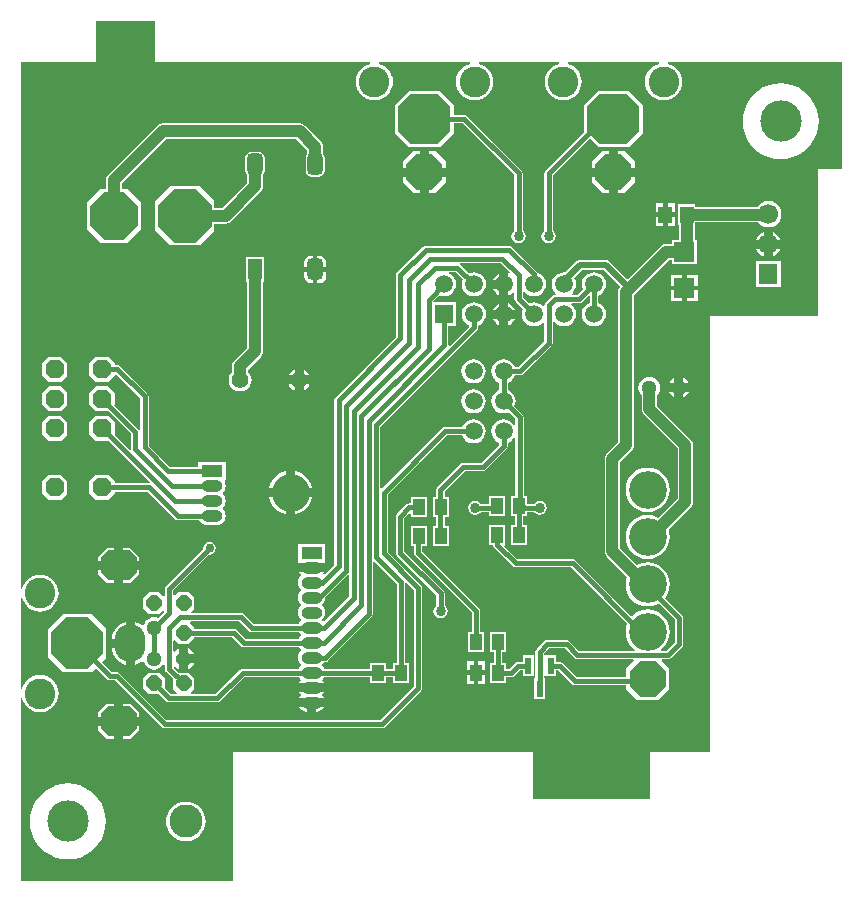
<source format=gtl>
G04 Layer_Physical_Order=1*
G04 Layer_Color=255*
%FSLAX24Y24*%
%MOIN*%
G70*
G01*
G75*
%ADD10R,0.0413X0.0551*%
%ADD11R,0.0236X0.0571*%
%ADD12R,0.0709X0.0669*%
G04:AMPARAMS|DCode=13|XSize=51.2mil|YSize=70.9mil|CornerRadius=12.8mil|HoleSize=0mil|Usage=FLASHONLY|Rotation=0.000|XOffset=0mil|YOffset=0mil|HoleType=Round|Shape=RoundedRectangle|*
%AMROUNDEDRECTD13*
21,1,0.0512,0.0453,0,0,0.0*
21,1,0.0256,0.0709,0,0,0.0*
1,1,0.0256,0.0128,-0.0226*
1,1,0.0256,-0.0128,-0.0226*
1,1,0.0256,-0.0128,0.0226*
1,1,0.0256,0.0128,0.0226*
%
%ADD13ROUNDEDRECTD13*%
%ADD14R,0.0512X0.0709*%
%ADD15R,0.0453X0.0571*%
%ADD16C,0.0400*%
%ADD17C,0.0150*%
%ADD18C,0.0200*%
%ADD19P,0.1321X8X112.5*%
%ADD20C,0.1260*%
%ADD21C,0.0591*%
%ADD22P,0.1321X8X202.5*%
G04:AMPARAMS|DCode=23|XSize=165.4mil|YSize=173.2mil|CornerRadius=0mil|HoleSize=0mil|Usage=FLASHONLY|Rotation=90.000|XOffset=0mil|YOffset=0mil|HoleType=Round|Shape=Octagon|*
%AMOCTAGOND23*
4,1,8,-0.0866,-0.0413,-0.0866,0.0413,-0.0453,0.0827,0.0453,0.0827,0.0866,0.0413,0.0866,-0.0413,0.0453,-0.0827,-0.0453,-0.0827,-0.0866,-0.0413,0.0*
%
%ADD23OCTAGOND23*%

%ADD24C,0.1024*%
%ADD25O,0.1024X0.1260*%
%ADD26P,0.1875X8X202.5*%
%ADD27C,0.1378*%
%ADD28C,0.1102*%
%ADD29C,0.0669*%
%ADD30R,0.0630X0.0669*%
%ADD31C,0.0512*%
G04:AMPARAMS|DCode=32|XSize=98.4mil|YSize=118.1mil|CornerRadius=0mil|HoleSize=0mil|Usage=FLASHONLY|Rotation=270.000|XOffset=0mil|YOffset=0mil|HoleType=Round|Shape=Octagon|*
%AMOCTAGOND32*
4,1,8,0.0591,0.0246,0.0591,-0.0246,0.0344,-0.0492,-0.0344,-0.0492,-0.0591,-0.0246,-0.0591,0.0246,-0.0344,0.0492,0.0344,0.0492,0.0591,0.0246,0.0*
%
%ADD32OCTAGOND32*%

%ADD33P,0.0554X8X112.5*%
%ADD34C,0.0551*%
%ADD35R,0.0709X0.0394*%
%ADD36O,0.0709X0.0394*%
%ADD37P,0.1918X8X22.5*%
%ADD38P,0.1705X8X22.5*%
%ADD39R,0.0591X0.0591*%
%ADD40P,0.0682X8X292.5*%
%ADD41C,0.0340*%
%ADD42C,0.0300*%
G36*
X4488Y0D02*
X11636D01*
X11643Y-50D01*
X11554Y-77D01*
X11447Y-134D01*
X11353Y-211D01*
X11276Y-305D01*
X11219Y-412D01*
X11183Y-529D01*
X11172Y-650D01*
X11183Y-771D01*
X11219Y-887D01*
X11276Y-994D01*
X11353Y-1088D01*
X11447Y-1165D01*
X11554Y-1222D01*
X11670Y-1257D01*
X11791Y-1269D01*
X11912Y-1257D01*
X12029Y-1222D01*
X12136Y-1165D01*
X12230Y-1088D01*
X12307Y-994D01*
X12364Y-887D01*
X12399Y-771D01*
X12411Y-650D01*
X12399Y-529D01*
X12364Y-412D01*
X12307Y-305D01*
X12230Y-211D01*
X12136Y-134D01*
X12029Y-77D01*
X11940Y-50D01*
X11947Y0D01*
X14982D01*
X14990Y-50D01*
X14901Y-77D01*
X14793Y-134D01*
X14700Y-211D01*
X14622Y-305D01*
X14565Y-412D01*
X14530Y-529D01*
X14518Y-650D01*
X14530Y-771D01*
X14565Y-887D01*
X14622Y-994D01*
X14700Y-1088D01*
X14793Y-1165D01*
X14901Y-1222D01*
X15017Y-1257D01*
X15138Y-1269D01*
X15259Y-1257D01*
X15375Y-1222D01*
X15482Y-1165D01*
X15576Y-1088D01*
X15653Y-994D01*
X15710Y-887D01*
X15746Y-771D01*
X15758Y-650D01*
X15746Y-529D01*
X15710Y-412D01*
X15653Y-305D01*
X15576Y-211D01*
X15482Y-134D01*
X15375Y-77D01*
X15286Y-50D01*
X15293Y0D01*
X17935D01*
X17942Y-50D01*
X17853Y-77D01*
X17746Y-134D01*
X17652Y-211D01*
X17575Y-305D01*
X17518Y-412D01*
X17483Y-529D01*
X17471Y-650D01*
X17483Y-771D01*
X17518Y-887D01*
X17575Y-994D01*
X17652Y-1088D01*
X17746Y-1165D01*
X17853Y-1222D01*
X17970Y-1257D01*
X18091Y-1269D01*
X18211Y-1257D01*
X18328Y-1222D01*
X18435Y-1165D01*
X18529Y-1088D01*
X18606Y-994D01*
X18663Y-887D01*
X18698Y-771D01*
X18710Y-650D01*
X18698Y-529D01*
X18663Y-412D01*
X18606Y-305D01*
X18529Y-211D01*
X18435Y-134D01*
X18328Y-77D01*
X18239Y-50D01*
X18246Y0D01*
X21281D01*
X21289Y-50D01*
X21200Y-77D01*
X21093Y-134D01*
X20999Y-211D01*
X20922Y-305D01*
X20864Y-412D01*
X20829Y-529D01*
X20817Y-650D01*
X20829Y-771D01*
X20864Y-887D01*
X20922Y-994D01*
X20999Y-1088D01*
X21093Y-1165D01*
X21200Y-1222D01*
X21316Y-1257D01*
X21437Y-1269D01*
X21558Y-1257D01*
X21674Y-1222D01*
X21781Y-1165D01*
X21875Y-1088D01*
X21952Y-994D01*
X22010Y-887D01*
X22045Y-771D01*
X22057Y-650D01*
X22045Y-529D01*
X22010Y-412D01*
X21952Y-305D01*
X21875Y-211D01*
X21781Y-134D01*
X21674Y-77D01*
X21585Y-50D01*
X21593Y0D01*
X27382D01*
Y-3543D01*
X26575D01*
Y-8465D01*
X22972D01*
Y-22984D01*
X20984D01*
Y-24559D01*
X17067D01*
Y-22984D01*
X7087D01*
Y-27276D01*
X0D01*
Y-21199D01*
X50Y-21192D01*
X77Y-21280D01*
X134Y-21388D01*
X211Y-21482D01*
X305Y-21559D01*
X412Y-21616D01*
X529Y-21651D01*
X650Y-21663D01*
X771Y-21651D01*
X887Y-21616D01*
X994Y-21559D01*
X1088Y-21482D01*
X1165Y-21388D01*
X1222Y-21280D01*
X1257Y-21164D01*
X1269Y-21043D01*
X1257Y-20922D01*
X1222Y-20806D01*
X1165Y-20699D01*
X1088Y-20605D01*
X994Y-20528D01*
X887Y-20471D01*
X771Y-20435D01*
X650Y-20424D01*
X529Y-20435D01*
X412Y-20471D01*
X305Y-20528D01*
X211Y-20605D01*
X134Y-20699D01*
X77Y-20806D01*
X50Y-20895D01*
X0Y-20888D01*
Y-17852D01*
X50Y-17845D01*
X77Y-17934D01*
X134Y-18041D01*
X211Y-18135D01*
X305Y-18212D01*
X412Y-18269D01*
X529Y-18305D01*
X650Y-18317D01*
X771Y-18305D01*
X887Y-18269D01*
X994Y-18212D01*
X1088Y-18135D01*
X1165Y-18041D01*
X1222Y-17934D01*
X1257Y-17818D01*
X1269Y-17697D01*
X1257Y-17576D01*
X1222Y-17460D01*
X1165Y-17353D01*
X1088Y-17259D01*
X994Y-17182D01*
X887Y-17124D01*
X771Y-17089D01*
X650Y-17077D01*
X529Y-17089D01*
X412Y-17124D01*
X305Y-17182D01*
X211Y-17259D01*
X134Y-17353D01*
X77Y-17460D01*
X50Y-17549D01*
X0Y-17541D01*
Y0D01*
X2500D01*
Y1378D01*
X4488D01*
Y0D01*
D02*
G37*
%LPC*%
G36*
X20906Y-13513D02*
X20761Y-13528D01*
X20623Y-13570D01*
X20495Y-13638D01*
X20383Y-13730D01*
X20291Y-13842D01*
X20223Y-13969D01*
X20181Y-14108D01*
X20167Y-14252D01*
X20181Y-14396D01*
X20223Y-14535D01*
X20291Y-14662D01*
X20383Y-14774D01*
X20495Y-14866D01*
X20623Y-14934D01*
X20761Y-14976D01*
X20906Y-14990D01*
X21050Y-14976D01*
X21188Y-14934D01*
X21316Y-14866D01*
X21428Y-14774D01*
X21520Y-14662D01*
X21588Y-14535D01*
X21630Y-14396D01*
X21644Y-14252D01*
X21630Y-14108D01*
X21588Y-13969D01*
X21520Y-13842D01*
X21428Y-13730D01*
X21316Y-13638D01*
X21188Y-13570D01*
X21050Y-13528D01*
X20906Y-13513D01*
D02*
G37*
G36*
X16143Y-14464D02*
X15609D01*
Y-14712D01*
X15335D01*
X15316Y-14684D01*
X15240Y-14633D01*
X15150Y-14615D01*
X15060Y-14633D01*
X14984Y-14684D01*
X14933Y-14760D01*
X14915Y-14850D01*
X14933Y-14940D01*
X14984Y-15016D01*
X15060Y-15067D01*
X15150Y-15085D01*
X15240Y-15067D01*
X15316Y-15016D01*
X15335Y-14988D01*
X15609D01*
Y-15136D01*
X16143D01*
Y-14464D01*
D02*
G37*
G36*
X8850Y-13633D02*
X8719Y-13672D01*
X8593Y-13740D01*
X8481Y-13831D01*
X8390Y-13943D01*
X8322Y-14069D01*
X8283Y-14200D01*
X8850D01*
Y-13633D01*
D02*
G37*
G36*
X1352Y-13753D02*
X932D01*
X722Y-13963D01*
Y-14383D01*
X932Y-14593D01*
X1352D01*
X1562Y-14383D01*
Y-13963D01*
X1352Y-13753D01*
D02*
G37*
G36*
X9717Y-14500D02*
X9150D01*
Y-15067D01*
X9281Y-15028D01*
X9407Y-14960D01*
X9519Y-14869D01*
X9610Y-14757D01*
X9678Y-14631D01*
X9717Y-14500D01*
D02*
G37*
G36*
X20961Y-10486D02*
X20867Y-10498D01*
X20779Y-10535D01*
X20704Y-10593D01*
X20646Y-10668D01*
X20610Y-10756D01*
X20597Y-10850D01*
X20610Y-10944D01*
X20646Y-11032D01*
X20702Y-11105D01*
Y-11565D01*
X20702Y-11565D01*
X20711Y-11632D01*
X20737Y-11696D01*
X20779Y-11750D01*
X21903Y-12874D01*
Y-14537D01*
X21258Y-15182D01*
X21188Y-15145D01*
X21050Y-15102D01*
X20906Y-15088D01*
X20761Y-15102D01*
X20623Y-15145D01*
X20495Y-15213D01*
X20383Y-15305D01*
X20291Y-15416D01*
X20223Y-15544D01*
X20181Y-15683D01*
X20167Y-15827D01*
X20181Y-15971D01*
X20223Y-16109D01*
X20291Y-16237D01*
X20383Y-16349D01*
X20495Y-16441D01*
X20623Y-16509D01*
X20761Y-16551D01*
X20906Y-16565D01*
X21050Y-16551D01*
X21188Y-16509D01*
X21316Y-16441D01*
X21428Y-16349D01*
X21520Y-16237D01*
X21588Y-16109D01*
X21630Y-15971D01*
X21644Y-15827D01*
X21630Y-15683D01*
X21599Y-15582D01*
X22351Y-14831D01*
X22351Y-14831D01*
X22392Y-14777D01*
X22419Y-14714D01*
X22428Y-14646D01*
X22428Y-14646D01*
Y-12765D01*
X22428Y-12765D01*
X22419Y-12697D01*
X22392Y-12634D01*
X22351Y-12580D01*
X22351Y-12580D01*
X21227Y-11456D01*
Y-11097D01*
X21277Y-11032D01*
X21313Y-10944D01*
X21325Y-10850D01*
X21313Y-10756D01*
X21277Y-10668D01*
X21219Y-10593D01*
X21143Y-10535D01*
X21055Y-10498D01*
X20961Y-10486D01*
D02*
G37*
G36*
X3662Y-16180D02*
X3418D01*
Y-16622D01*
X3958D01*
Y-16476D01*
X3662Y-16180D01*
D02*
G37*
G36*
X8850Y-14500D02*
X8283D01*
X8322Y-14631D01*
X8390Y-14757D01*
X8481Y-14869D01*
X8593Y-14960D01*
X8719Y-15028D01*
X8850Y-15067D01*
Y-14500D01*
D02*
G37*
G36*
X13543Y-14504D02*
X13009D01*
Y-14702D01*
X12961D01*
X12908Y-14712D01*
X12863Y-14742D01*
X12863Y-14742D01*
X12553Y-15053D01*
X12523Y-15097D01*
X12512Y-15150D01*
Y-16350D01*
X12523Y-16403D01*
X12553Y-16447D01*
X13862Y-17757D01*
Y-18123D01*
X13834Y-18142D01*
X13783Y-18218D01*
X13765Y-18307D01*
X13783Y-18397D01*
X13834Y-18473D01*
X13910Y-18524D01*
X14000Y-18542D01*
X14090Y-18524D01*
X14166Y-18473D01*
X14217Y-18397D01*
X14235Y-18307D01*
X14217Y-18218D01*
X14166Y-18142D01*
X14138Y-18123D01*
Y-17700D01*
X14127Y-17647D01*
X14097Y-17603D01*
X14097Y-17603D01*
X12788Y-16293D01*
Y-15207D01*
X12963Y-15032D01*
X13009Y-15051D01*
Y-15175D01*
X13543D01*
Y-14504D01*
D02*
G37*
G36*
X9150Y-13633D02*
Y-14200D01*
X9717D01*
X9678Y-14069D01*
X9610Y-13943D01*
X9519Y-13831D01*
X9407Y-13740D01*
X9281Y-13672D01*
X9150Y-13633D01*
D02*
G37*
G36*
X8131Y-6495D02*
X7499D01*
Y-7324D01*
X7553D01*
Y-9526D01*
X7130Y-9949D01*
X7089Y-10003D01*
X7062Y-10066D01*
X7053Y-10134D01*
X7053Y-10134D01*
Y-10312D01*
X7044Y-10319D01*
X6983Y-10399D01*
X6945Y-10491D01*
X6932Y-10591D01*
X6945Y-10690D01*
X6983Y-10782D01*
X7044Y-10862D01*
X7124Y-10923D01*
X7216Y-10961D01*
X7316Y-10974D01*
X7415Y-10961D01*
X7508Y-10923D01*
X7587Y-10862D01*
X7648Y-10782D01*
X7687Y-10690D01*
X7700Y-10591D01*
X7687Y-10491D01*
X7648Y-10399D01*
X7587Y-10319D01*
X7578Y-10312D01*
Y-10243D01*
X8000Y-9820D01*
X8000Y-9820D01*
X8042Y-9766D01*
X8068Y-9703D01*
X8077Y-9635D01*
X8077Y-9635D01*
Y-7324D01*
X8131D01*
Y-6495D01*
D02*
G37*
G36*
X22269Y-11000D02*
X22096D01*
Y-11173D01*
X22125Y-11161D01*
X22199Y-11104D01*
X22256Y-11029D01*
X22269Y-11000D01*
D02*
G37*
G36*
X9134Y-10741D02*
X8940D01*
X8956Y-10780D01*
X9016Y-10858D01*
X9095Y-10919D01*
X9134Y-10935D01*
Y-10741D01*
D02*
G37*
G36*
X15099Y-9896D02*
X14994Y-9910D01*
X14897Y-9950D01*
X14813Y-10015D01*
X14749Y-10098D01*
X14709Y-10196D01*
X14695Y-10300D01*
X14709Y-10404D01*
X14749Y-10502D01*
X14813Y-10585D01*
X14897Y-10650D01*
X14994Y-10690D01*
X15099Y-10704D01*
X15203Y-10690D01*
X15301Y-10650D01*
X15384Y-10585D01*
X15448Y-10502D01*
X15489Y-10404D01*
X15503Y-10300D01*
X15489Y-10196D01*
X15448Y-10098D01*
X15384Y-10015D01*
X15301Y-9950D01*
X15203Y-9910D01*
X15099Y-9896D01*
D02*
G37*
G36*
X9629Y-10741D02*
X9434D01*
Y-10935D01*
X9474Y-10919D01*
X9552Y-10858D01*
X9612Y-10780D01*
X9629Y-10741D01*
D02*
G37*
G36*
X2927Y-9816D02*
X2507D01*
X2297Y-10026D01*
Y-10446D01*
X2507Y-10656D01*
X2927D01*
X3137Y-10446D01*
Y-10410D01*
X3187Y-10389D01*
X3996Y-11199D01*
Y-12266D01*
X3946Y-12271D01*
X3946Y-12270D01*
X3916Y-12226D01*
X3129Y-11438D01*
X3137Y-11430D01*
Y-11010D01*
X2927Y-10801D01*
X2507D01*
X2297Y-11010D01*
Y-11430D01*
X2507Y-11640D01*
X2927D01*
X2934Y-11633D01*
X3681Y-12380D01*
Y-12904D01*
X3670Y-12913D01*
X3634Y-12928D01*
X3129Y-12422D01*
X3137Y-12415D01*
Y-11995D01*
X2927Y-11785D01*
X2507D01*
X2297Y-11995D01*
Y-12415D01*
X2507Y-12625D01*
X2927D01*
X2934Y-12617D01*
X4304Y-13987D01*
X4297Y-14013D01*
X4282Y-14036D01*
X3137D01*
Y-13963D01*
X2927Y-13753D01*
X2507D01*
X2297Y-13963D01*
Y-14383D01*
X2507Y-14593D01*
X2927D01*
X3137Y-14383D01*
Y-14311D01*
X4234D01*
X5143Y-15219D01*
X5143Y-15219D01*
X5187Y-15249D01*
X5240Y-15260D01*
X5240Y-15260D01*
X5951D01*
X5957Y-15274D01*
X6005Y-15337D01*
X6068Y-15386D01*
X6142Y-15416D01*
X6220Y-15426D01*
X6535D01*
X6614Y-15416D01*
X6688Y-15386D01*
X6751Y-15337D01*
X6799Y-15274D01*
X6830Y-15201D01*
X6840Y-15122D01*
X6830Y-15043D01*
X6799Y-14970D01*
X6751Y-14907D01*
X6738Y-14897D01*
Y-14847D01*
X6751Y-14837D01*
X6799Y-14774D01*
X6830Y-14701D01*
X6840Y-14622D01*
X6830Y-14543D01*
X6799Y-14470D01*
X6751Y-14407D01*
X6738Y-14397D01*
Y-14347D01*
X6751Y-14337D01*
X6799Y-14274D01*
X6830Y-14201D01*
X6840Y-14122D01*
X6830Y-14043D01*
X6801Y-13974D01*
X6814Y-13937D01*
X6820Y-13924D01*
X6837D01*
Y-13320D01*
X5919D01*
Y-13484D01*
X4978D01*
X4272Y-12778D01*
Y-11142D01*
X4261Y-11089D01*
X4231Y-11044D01*
X4231Y-11044D01*
X3326Y-10139D01*
X3281Y-10109D01*
X3228Y-10099D01*
X3137D01*
Y-10026D01*
X2927Y-9816D01*
D02*
G37*
G36*
X1352Y-11785D02*
X932D01*
X722Y-11995D01*
Y-12415D01*
X932Y-12625D01*
X1352D01*
X1562Y-12415D01*
Y-11995D01*
X1352Y-11785D01*
D02*
G37*
G36*
X15099Y-10896D02*
X14994Y-10910D01*
X14897Y-10950D01*
X14813Y-11015D01*
X14749Y-11098D01*
X14709Y-11196D01*
X14695Y-11300D01*
X14709Y-11404D01*
X14749Y-11502D01*
X14813Y-11585D01*
X14897Y-11650D01*
X14994Y-11690D01*
X15099Y-11704D01*
X15203Y-11690D01*
X15301Y-11650D01*
X15384Y-11585D01*
X15448Y-11502D01*
X15489Y-11404D01*
X15503Y-11300D01*
X15489Y-11196D01*
X15448Y-11098D01*
X15384Y-11015D01*
X15301Y-10950D01*
X15203Y-10910D01*
X15099Y-10896D01*
D02*
G37*
G36*
X21796Y-11000D02*
X21622D01*
X21635Y-11029D01*
X21692Y-11104D01*
X21766Y-11161D01*
X21796Y-11173D01*
Y-11000D01*
D02*
G37*
G36*
X1352Y-10801D02*
X932D01*
X722Y-11010D01*
Y-11430D01*
X932Y-11640D01*
X1352D01*
X1562Y-11430D01*
Y-11010D01*
X1352Y-10801D01*
D02*
G37*
G36*
X3118Y-16180D02*
X2873D01*
X2577Y-16476D01*
Y-16622D01*
X3118D01*
Y-16180D01*
D02*
G37*
G36*
X9550Y-21500D02*
X9283D01*
X9331Y-21562D01*
X9393Y-21609D01*
X9465Y-21639D01*
X9543Y-21649D01*
X9550D01*
Y-21500D01*
D02*
G37*
G36*
X3662Y-21376D02*
X3418D01*
Y-21818D01*
X3958D01*
Y-21672D01*
X3662Y-21376D01*
D02*
G37*
G36*
X10117Y-21500D02*
X9850D01*
Y-21649D01*
X9857D01*
X9935Y-21639D01*
X10007Y-21609D01*
X10069Y-21562D01*
X10117Y-21500D01*
D02*
G37*
G36*
X15101Y-20425D02*
X14869D01*
Y-20726D01*
X15101D01*
Y-20425D01*
D02*
G37*
G36*
X10117Y-21000D02*
X9700D01*
X9283D01*
X9331Y-21062D01*
X9348Y-21075D01*
Y-21125D01*
X9331Y-21138D01*
X9283Y-21200D01*
X9700D01*
X10117D01*
X10069Y-21138D01*
X10052Y-21125D01*
Y-21075D01*
X10069Y-21062D01*
X10117Y-21000D01*
D02*
G37*
G36*
X5512Y-24648D02*
X5383Y-24660D01*
X5259Y-24698D01*
X5145Y-24759D01*
X5046Y-24841D01*
X4964Y-24941D01*
X4903Y-25055D01*
X4865Y-25178D01*
X4852Y-25307D01*
X4865Y-25436D01*
X4903Y-25559D01*
X4964Y-25673D01*
X5046Y-25773D01*
X5145Y-25855D01*
X5259Y-25916D01*
X5383Y-25954D01*
X5512Y-25966D01*
X5640Y-25954D01*
X5764Y-25916D01*
X5878Y-25855D01*
X5978Y-25773D01*
X6060Y-25673D01*
X6121Y-25559D01*
X6158Y-25436D01*
X6171Y-25307D01*
X6158Y-25178D01*
X6121Y-25055D01*
X6060Y-24941D01*
X5978Y-24841D01*
X5878Y-24759D01*
X5764Y-24698D01*
X5640Y-24660D01*
X5512Y-24648D01*
D02*
G37*
G36*
X1575Y-24042D02*
X1377Y-24058D01*
X1184Y-24104D01*
X1001Y-24180D01*
X831Y-24284D01*
X681Y-24413D01*
X552Y-24564D01*
X448Y-24733D01*
X372Y-24916D01*
X326Y-25109D01*
X310Y-25307D01*
X326Y-25505D01*
X372Y-25698D01*
X448Y-25881D01*
X552Y-26050D01*
X681Y-26201D01*
X831Y-26330D01*
X1001Y-26434D01*
X1184Y-26510D01*
X1377Y-26556D01*
X1575Y-26572D01*
X1773Y-26556D01*
X1966Y-26510D01*
X2149Y-26434D01*
X2318Y-26330D01*
X2469Y-26201D01*
X2598Y-26050D01*
X2702Y-25881D01*
X2778Y-25698D01*
X2824Y-25505D01*
X2839Y-25307D01*
X2824Y-25109D01*
X2778Y-24916D01*
X2702Y-24733D01*
X2598Y-24564D01*
X2469Y-24413D01*
X2318Y-24284D01*
X2149Y-24180D01*
X1966Y-24104D01*
X1773Y-24058D01*
X1575Y-24042D01*
D02*
G37*
G36*
X3118Y-22118D02*
X2577D01*
Y-22265D01*
X2873Y-22561D01*
X3118D01*
Y-22118D01*
D02*
G37*
G36*
Y-21376D02*
X2873D01*
X2577Y-21672D01*
Y-21818D01*
X3118D01*
Y-21376D01*
D02*
G37*
G36*
X3958Y-22118D02*
X3418D01*
Y-22561D01*
X3662D01*
X3958Y-22265D01*
Y-22118D01*
D02*
G37*
G36*
X3511Y-18658D02*
X3426Y-18684D01*
X3320Y-18741D01*
X3227Y-18817D01*
X3150Y-18910D01*
X3093Y-19017D01*
X3058Y-19132D01*
X3050Y-19220D01*
X3511D01*
Y-18658D01*
D02*
G37*
G36*
X13543Y-15454D02*
X13009D01*
Y-16125D01*
X13110D01*
Y-16347D01*
X13120Y-16400D01*
X13150Y-16445D01*
X15038Y-18333D01*
Y-19004D01*
X14909D01*
Y-19675D01*
X15442D01*
Y-19004D01*
X15313D01*
Y-18276D01*
X15303Y-18223D01*
X15273Y-18178D01*
X15273Y-18178D01*
X13385Y-16290D01*
Y-16125D01*
X13543D01*
Y-15454D01*
D02*
G37*
G36*
X3118Y-16922D02*
X2577D01*
Y-17068D01*
X2873Y-17364D01*
X3118D01*
Y-16922D01*
D02*
G37*
G36*
X10159Y-16048D02*
X9241D01*
Y-16652D01*
X9264D01*
X9286Y-16697D01*
X9283Y-16700D01*
X9700D01*
X10117D01*
X10114Y-16697D01*
X10136Y-16652D01*
X10159D01*
Y-16048D01*
D02*
G37*
G36*
X3958Y-16922D02*
X3418D01*
Y-17364D01*
X3662D01*
X3958Y-17068D01*
Y-16922D01*
D02*
G37*
G36*
X16190Y-19004D02*
X15657D01*
Y-19675D01*
X15786D01*
Y-20014D01*
X15657D01*
Y-20686D01*
X16190D01*
Y-20488D01*
X16350D01*
X16403Y-20477D01*
X16447Y-20447D01*
X16641Y-20254D01*
X16748D01*
Y-20462D01*
X17104D01*
Y-19771D01*
X16748D01*
Y-19978D01*
X16584D01*
X16584Y-19978D01*
X16531Y-19989D01*
X16487Y-20019D01*
X16293Y-20212D01*
X16190D01*
Y-20014D01*
X16061D01*
Y-19675D01*
X16190D01*
Y-19004D01*
D02*
G37*
G36*
X15482Y-20425D02*
X15251D01*
Y-20726D01*
X15482D01*
Y-20425D01*
D02*
G37*
G36*
X15101Y-19974D02*
X14869D01*
Y-20275D01*
X15101D01*
Y-19974D01*
D02*
G37*
G36*
X3511Y-19520D02*
X3050D01*
X3058Y-19608D01*
X3093Y-19723D01*
X3150Y-19830D01*
X3227Y-19923D01*
X3320Y-19999D01*
X3426Y-20056D01*
X3511Y-20082D01*
Y-19520D01*
D02*
G37*
G36*
X15482Y-19974D02*
X15251D01*
Y-20275D01*
X15482D01*
Y-19974D01*
D02*
G37*
G36*
X21421Y-4693D02*
X21170D01*
Y-5004D01*
X21421D01*
Y-4693D01*
D02*
G37*
G36*
X21822Y-5154D02*
X21571D01*
Y-5464D01*
X21822D01*
Y-5154D01*
D02*
G37*
G36*
Y-4693D02*
X21571D01*
Y-5004D01*
X21822D01*
Y-4693D01*
D02*
G37*
G36*
X24921Y-4620D02*
X24806Y-4635D01*
X24700Y-4679D01*
X24608Y-4749D01*
X24556Y-4816D01*
X22491D01*
Y-4733D01*
X21918D01*
Y-5424D01*
X21942D01*
Y-5934D01*
X21712D01*
Y-6066D01*
X21521D01*
X21521Y-6066D01*
X21453Y-6075D01*
X21390Y-6102D01*
X21336Y-6143D01*
X21336Y-6143D01*
X20230Y-7249D01*
X19615Y-6635D01*
X19562Y-6599D01*
X19500Y-6587D01*
X18650D01*
X18588Y-6599D01*
X18535Y-6635D01*
X18165Y-7005D01*
X18114Y-6998D01*
X18010Y-7012D01*
X17912Y-7052D01*
X17829Y-7116D01*
X17765Y-7200D01*
X17724Y-7297D01*
X17710Y-7402D01*
X17724Y-7506D01*
X17765Y-7603D01*
X17829Y-7687D01*
X17862Y-7712D01*
X17845Y-7762D01*
X17800D01*
X17800Y-7762D01*
X17747Y-7773D01*
X17703Y-7803D01*
X17503Y-8003D01*
X17473Y-8047D01*
X17462Y-8100D01*
Y-8120D01*
X17415Y-8136D01*
X17400Y-8116D01*
X17316Y-8052D01*
X17219Y-8012D01*
X17114Y-7998D01*
X17010Y-8012D01*
X16945Y-8038D01*
X16738Y-7830D01*
Y-7651D01*
X16788Y-7634D01*
X16829Y-7687D01*
X16912Y-7751D01*
X17010Y-7792D01*
X17114Y-7805D01*
X17219Y-7792D01*
X17316Y-7751D01*
X17400Y-7687D01*
X17464Y-7603D01*
X17504Y-7506D01*
X17518Y-7402D01*
X17504Y-7297D01*
X17464Y-7200D01*
X17400Y-7116D01*
X17316Y-7052D01*
X17241Y-7021D01*
X17241Y-7021D01*
X17212Y-6976D01*
X16388Y-6153D01*
X16343Y-6123D01*
X16291Y-6112D01*
X13500D01*
X13500Y-6112D01*
X13447Y-6123D01*
X13403Y-6153D01*
X13403Y-6153D01*
X12553Y-7003D01*
X12523Y-7047D01*
X12512Y-7100D01*
Y-9148D01*
X10503Y-11158D01*
X10473Y-11202D01*
X10462Y-11255D01*
Y-16743D01*
X10106Y-17099D01*
X10102Y-17098D01*
X10100Y-17096D01*
X10088Y-17038D01*
X10117Y-17000D01*
X9700D01*
X9283D01*
X9331Y-17062D01*
X9344Y-17072D01*
Y-17122D01*
X9327Y-17135D01*
X9279Y-17198D01*
X9248Y-17271D01*
X9238Y-17350D01*
X9248Y-17429D01*
X9279Y-17502D01*
X9327Y-17565D01*
X9340Y-17575D01*
Y-17625D01*
X9327Y-17635D01*
X9279Y-17698D01*
X9248Y-17771D01*
X9238Y-17850D01*
X9248Y-17929D01*
X9279Y-18002D01*
X9327Y-18065D01*
X9340Y-18075D01*
Y-18125D01*
X9327Y-18135D01*
X9279Y-18198D01*
X9248Y-18271D01*
X9238Y-18350D01*
X9248Y-18429D01*
X9279Y-18502D01*
X9327Y-18565D01*
X9340Y-18575D01*
Y-18625D01*
X9327Y-18635D01*
X9279Y-18698D01*
X9273Y-18712D01*
X7757D01*
X7448Y-18403D01*
X7403Y-18373D01*
X7350Y-18362D01*
X5709D01*
X5690Y-18316D01*
X5794Y-18212D01*
Y-17851D01*
X5614Y-17671D01*
X5253D01*
X5134Y-17789D01*
X5088Y-17770D01*
Y-17607D01*
X6284Y-16411D01*
X6300Y-16414D01*
X6382Y-16398D01*
X6451Y-16351D01*
X6498Y-16282D01*
X6514Y-16200D01*
X6498Y-16118D01*
X6451Y-16049D01*
X6382Y-16002D01*
X6300Y-15986D01*
X6218Y-16002D01*
X6149Y-16049D01*
X6102Y-16118D01*
X6086Y-16200D01*
X6089Y-16216D01*
X4853Y-17453D01*
X4823Y-17497D01*
X4812Y-17550D01*
Y-17783D01*
X4762Y-17804D01*
X4629Y-17671D01*
X4268D01*
X4088Y-17851D01*
Y-18212D01*
X4268Y-18392D01*
X4629D01*
X4731Y-18291D01*
X4785Y-18307D01*
X4788Y-18324D01*
X4587Y-18525D01*
X4543Y-18507D01*
X4449Y-18494D01*
X4355Y-18507D01*
X4267Y-18543D01*
X4191Y-18601D01*
X4134Y-18676D01*
X4100Y-18756D01*
X4051Y-18780D01*
X4003Y-18741D01*
X3897Y-18684D01*
X3811Y-18658D01*
Y-19370D01*
Y-20082D01*
X3897Y-20056D01*
X4003Y-19999D01*
X4051Y-19960D01*
X4100Y-19984D01*
X4134Y-20064D01*
X4191Y-20139D01*
X4267Y-20197D01*
X4355Y-20234D01*
X4449Y-20246D01*
X4543Y-20234D01*
X4631Y-20197D01*
X4706Y-20139D01*
X4762Y-20066D01*
X4767Y-20066D01*
X4812Y-20084D01*
Y-20226D01*
X4823Y-20278D01*
X4853Y-20323D01*
X5072Y-20542D01*
Y-20889D01*
X5199Y-21016D01*
X5180Y-21062D01*
X4997D01*
X4810Y-20875D01*
Y-20528D01*
X4629Y-20348D01*
X4268D01*
X4088Y-20528D01*
Y-20889D01*
X4268Y-21070D01*
X4615D01*
X4843Y-21297D01*
X4887Y-21327D01*
X4940Y-21338D01*
X4940Y-21338D01*
X6550D01*
X6603Y-21327D01*
X6648Y-21297D01*
X7457Y-20488D01*
X9273D01*
X9279Y-20502D01*
X9327Y-20565D01*
X9344Y-20578D01*
Y-20628D01*
X9331Y-20638D01*
X9283Y-20700D01*
X9700D01*
X10117D01*
X10069Y-20638D01*
X10056Y-20628D01*
Y-20578D01*
X10073Y-20565D01*
X10121Y-20502D01*
X10127Y-20488D01*
X11659D01*
Y-20686D01*
X12193D01*
Y-20488D01*
X12407D01*
Y-20686D01*
X12941D01*
Y-20014D01*
X12812D01*
Y-17349D01*
X12862Y-17328D01*
X13112Y-17579D01*
Y-20793D01*
X11993Y-21912D01*
X4857D01*
X3297Y-20353D01*
X3253Y-20323D01*
X3200Y-20312D01*
X3027D01*
X2715Y-20001D01*
X2861Y-19856D01*
Y-18885D01*
X2375Y-18399D01*
X1404D01*
X919Y-18885D01*
Y-19856D01*
X1404Y-20341D01*
X2375D01*
X2521Y-20196D01*
X2872Y-20547D01*
X2917Y-20577D01*
X2970Y-20588D01*
X3143D01*
X4703Y-22147D01*
X4747Y-22177D01*
X4800Y-22188D01*
X4800Y-22188D01*
X12050D01*
X12103Y-22177D01*
X12147Y-22147D01*
X13347Y-20947D01*
X13377Y-20903D01*
X13388Y-20850D01*
Y-17522D01*
X13388Y-17522D01*
X13377Y-17469D01*
X13347Y-17424D01*
X13347Y-17424D01*
X12238Y-16315D01*
Y-14407D01*
X14207Y-12438D01*
X14723D01*
X14749Y-12502D01*
X14814Y-12585D01*
X14897Y-12650D01*
X14995Y-12690D01*
X15099Y-12704D01*
X15204Y-12690D01*
X15301Y-12650D01*
X15385Y-12585D01*
X15449Y-12502D01*
X15489Y-12404D01*
X15503Y-12300D01*
X15489Y-12196D01*
X15449Y-12098D01*
X15385Y-12015D01*
X15301Y-11950D01*
X15204Y-11910D01*
X15099Y-11896D01*
X14995Y-11910D01*
X14897Y-11950D01*
X14814Y-12015D01*
X14749Y-12098D01*
X14723Y-12162D01*
X14150D01*
X14150Y-12162D01*
X14097Y-12173D01*
X14053Y-12203D01*
X12038Y-14218D01*
X11988Y-14197D01*
Y-12156D01*
X15211Y-8932D01*
X15241Y-8887D01*
X15252Y-8835D01*
X15252Y-8835D01*
Y-8778D01*
X15316Y-8751D01*
X15400Y-8687D01*
X15464Y-8603D01*
X15504Y-8506D01*
X15518Y-8402D01*
X15504Y-8297D01*
X15464Y-8200D01*
X15400Y-8116D01*
X15316Y-8052D01*
X15219Y-8012D01*
X15114Y-7998D01*
X15010Y-8012D01*
X14912Y-8052D01*
X14829Y-8116D01*
X14765Y-8200D01*
X14724Y-8297D01*
X14710Y-8402D01*
X14724Y-8506D01*
X14765Y-8603D01*
X14829Y-8687D01*
X14912Y-8751D01*
X14935Y-8761D01*
X14945Y-8810D01*
X14299Y-9455D01*
X14261Y-9440D01*
X14252Y-9432D01*
Y-8802D01*
X14514D01*
Y-8001D01*
X13780D01*
X13759Y-7951D01*
X13945Y-7765D01*
X14010Y-7792D01*
X14114Y-7805D01*
X14219Y-7792D01*
X14316Y-7751D01*
X14400Y-7687D01*
X14464Y-7603D01*
X14504Y-7506D01*
X14518Y-7402D01*
X14504Y-7297D01*
X14464Y-7200D01*
X14400Y-7116D01*
X14316Y-7052D01*
X14282Y-7038D01*
X14291Y-6988D01*
X14506D01*
X14751Y-7233D01*
X14724Y-7297D01*
X14710Y-7402D01*
X14724Y-7506D01*
X14765Y-7603D01*
X14829Y-7687D01*
X14912Y-7751D01*
X15010Y-7792D01*
X15114Y-7805D01*
X15219Y-7792D01*
X15316Y-7751D01*
X15400Y-7687D01*
X15464Y-7603D01*
X15504Y-7506D01*
X15518Y-7402D01*
X15504Y-7297D01*
X15464Y-7200D01*
X15400Y-7116D01*
X15316Y-7052D01*
X15219Y-7012D01*
X15114Y-6998D01*
X15010Y-7012D01*
X14945Y-7038D01*
X14660Y-6753D01*
X14637Y-6738D01*
X14653Y-6688D01*
X15993D01*
X16303Y-6998D01*
X16275Y-7040D01*
X16264Y-7036D01*
Y-7402D01*
Y-7767D01*
X16314Y-7747D01*
X16396Y-7683D01*
X16412Y-7662D01*
X16462Y-7679D01*
Y-7887D01*
X16473Y-7940D01*
X16503Y-7985D01*
X16751Y-8233D01*
X16724Y-8297D01*
X16710Y-8402D01*
X16724Y-8506D01*
X16765Y-8603D01*
X16829Y-8687D01*
X16912Y-8751D01*
X17010Y-8792D01*
X17114Y-8805D01*
X17219Y-8792D01*
X17316Y-8751D01*
X17400Y-8687D01*
X17415Y-8667D01*
X17462Y-8683D01*
Y-9293D01*
X16593Y-10162D01*
X16476D01*
X16450Y-10098D01*
X16385Y-10015D01*
X16302Y-9950D01*
X16204Y-9910D01*
X16100Y-9896D01*
X15996Y-9910D01*
X15898Y-9950D01*
X15815Y-10015D01*
X15750Y-10098D01*
X15710Y-10196D01*
X15696Y-10300D01*
X15710Y-10404D01*
X15750Y-10502D01*
X15815Y-10585D01*
X15898Y-10650D01*
X15962Y-10676D01*
Y-10924D01*
X15898Y-10950D01*
X15815Y-11015D01*
X15750Y-11098D01*
X15710Y-11196D01*
X15696Y-11300D01*
X15710Y-11404D01*
X15750Y-11502D01*
X15815Y-11585D01*
X15898Y-11650D01*
X15996Y-11690D01*
X16100Y-11704D01*
X16204Y-11690D01*
X16269Y-11663D01*
X16495Y-11890D01*
Y-12079D01*
X16464Y-12092D01*
X16445Y-12093D01*
X16385Y-12015D01*
X16302Y-11950D01*
X16204Y-11910D01*
X16100Y-11896D01*
X15996Y-11910D01*
X15898Y-11950D01*
X15815Y-12015D01*
X15750Y-12098D01*
X15710Y-12196D01*
X15696Y-12300D01*
X15710Y-12404D01*
X15750Y-12502D01*
X15815Y-12585D01*
X15898Y-12650D01*
X15962Y-12676D01*
Y-12743D01*
X15343Y-13362D01*
X14750D01*
X14697Y-13373D01*
X14653Y-13403D01*
X14653Y-13403D01*
X13898Y-14157D01*
X13868Y-14202D01*
X13858Y-14255D01*
Y-14504D01*
X13757D01*
Y-15175D01*
X13858D01*
Y-15454D01*
X13757D01*
Y-16125D01*
X14291D01*
Y-15454D01*
X14133D01*
Y-15175D01*
X14291D01*
Y-14504D01*
X14133D01*
Y-14312D01*
X14807Y-13638D01*
X15400D01*
X15453Y-13627D01*
X15497Y-13597D01*
X16197Y-12897D01*
X16197Y-12897D01*
X16227Y-12853D01*
X16238Y-12800D01*
Y-12676D01*
X16302Y-12650D01*
X16385Y-12585D01*
X16445Y-12507D01*
X16464Y-12508D01*
X16495Y-12521D01*
Y-14464D01*
X16357D01*
Y-15136D01*
X16486D01*
Y-15414D01*
X16357D01*
Y-16086D01*
X16891D01*
Y-15414D01*
X16762D01*
Y-15136D01*
X16891D01*
Y-14986D01*
X17115D01*
X17134Y-15014D01*
X17210Y-15065D01*
X17300Y-15083D01*
X17390Y-15065D01*
X17466Y-15014D01*
X17517Y-14938D01*
X17535Y-14848D01*
X17517Y-14759D01*
X17466Y-14683D01*
X17390Y-14632D01*
X17300Y-14614D01*
X17210Y-14632D01*
X17134Y-14683D01*
X17115Y-14711D01*
X16891D01*
Y-14464D01*
X16771D01*
Y-11833D01*
X16771Y-11833D01*
X16760Y-11780D01*
X16730Y-11736D01*
X16463Y-11469D01*
X16490Y-11404D01*
X16504Y-11300D01*
X16490Y-11196D01*
X16450Y-11098D01*
X16385Y-11015D01*
X16302Y-10950D01*
X16238Y-10924D01*
Y-10676D01*
X16302Y-10650D01*
X16385Y-10585D01*
X16450Y-10502D01*
X16476Y-10438D01*
X16650D01*
X16703Y-10427D01*
X16747Y-10397D01*
X17697Y-9447D01*
X17727Y-9403D01*
X17738Y-9350D01*
Y-8651D01*
X17788Y-8634D01*
X17829Y-8687D01*
X17912Y-8751D01*
X18010Y-8792D01*
X18114Y-8805D01*
X18219Y-8792D01*
X18316Y-8751D01*
X18400Y-8687D01*
X18464Y-8603D01*
X18504Y-8506D01*
X18518Y-8402D01*
X18504Y-8297D01*
X18464Y-8200D01*
X18400Y-8116D01*
X18363Y-8088D01*
X18380Y-8038D01*
X18616D01*
X18668Y-8027D01*
X18713Y-7997D01*
X18927Y-7784D01*
X18977Y-7805D01*
Y-8025D01*
X18912Y-8052D01*
X18829Y-8116D01*
X18765Y-8200D01*
X18724Y-8297D01*
X18710Y-8402D01*
X18724Y-8506D01*
X18765Y-8603D01*
X18829Y-8687D01*
X18912Y-8751D01*
X19010Y-8792D01*
X19114Y-8805D01*
X19219Y-8792D01*
X19316Y-8751D01*
X19400Y-8687D01*
X19464Y-8603D01*
X19504Y-8506D01*
X19518Y-8402D01*
X19504Y-8297D01*
X19464Y-8200D01*
X19400Y-8116D01*
X19316Y-8052D01*
X19252Y-8025D01*
Y-7778D01*
X19316Y-7751D01*
X19400Y-7687D01*
X19464Y-7603D01*
X19504Y-7506D01*
X19518Y-7402D01*
X19504Y-7297D01*
X19464Y-7200D01*
X19400Y-7116D01*
X19316Y-7052D01*
X19219Y-7012D01*
X19114Y-6998D01*
X19010Y-7012D01*
X18912Y-7052D01*
X18829Y-7116D01*
X18765Y-7200D01*
X18724Y-7297D01*
X18710Y-7402D01*
X18724Y-7506D01*
X18751Y-7570D01*
X18559Y-7762D01*
X18384D01*
X18367Y-7712D01*
X18400Y-7687D01*
X18464Y-7603D01*
X18504Y-7506D01*
X18518Y-7402D01*
X18504Y-7297D01*
X18464Y-7200D01*
X18450Y-7181D01*
X18718Y-6913D01*
X19432D01*
X19999Y-7480D01*
X19996Y-7483D01*
X19954Y-7538D01*
X19928Y-7601D01*
X19919Y-7669D01*
X19919Y-7669D01*
Y-12660D01*
X19543Y-13036D01*
X19501Y-13091D01*
X19475Y-13154D01*
X19466Y-13222D01*
X19466Y-13222D01*
Y-16303D01*
X19466Y-16303D01*
X19475Y-16371D01*
X19501Y-16434D01*
X19543Y-16488D01*
X20212Y-17157D01*
X20181Y-17258D01*
X20167Y-17402D01*
X20181Y-17546D01*
X20223Y-17684D01*
X20291Y-17812D01*
X20383Y-17924D01*
X20495Y-18016D01*
X20623Y-18084D01*
X20761Y-18126D01*
X20906Y-18140D01*
X21050Y-18126D01*
X21188Y-18084D01*
X21270Y-18040D01*
X21811Y-18581D01*
Y-19333D01*
X21518Y-19626D01*
X21351D01*
X21333Y-19576D01*
X21428Y-19499D01*
X21520Y-19387D01*
X21588Y-19259D01*
X21630Y-19120D01*
X21644Y-18976D01*
X21630Y-18832D01*
X21588Y-18694D01*
X21520Y-18566D01*
X21428Y-18454D01*
X21316Y-18362D01*
X21188Y-18294D01*
X21050Y-18252D01*
X20906Y-18238D01*
X20761Y-18252D01*
X20623Y-18294D01*
X20495Y-18362D01*
X20383Y-18454D01*
X20350Y-18456D01*
X18497Y-16603D01*
X18453Y-16573D01*
X18400Y-16562D01*
X16557D01*
X16124Y-16130D01*
X16143Y-16086D01*
X16143D01*
Y-15414D01*
X15609D01*
Y-16086D01*
X15740D01*
X15749Y-16129D01*
X15779Y-16173D01*
X16403Y-16797D01*
X16447Y-16827D01*
X16500Y-16838D01*
X18343D01*
X20218Y-18712D01*
X20181Y-18832D01*
X20167Y-18976D01*
X20181Y-19120D01*
X20223Y-19259D01*
X20291Y-19387D01*
X20383Y-19499D01*
X20478Y-19576D01*
X20460Y-19626D01*
X18621D01*
X18297Y-19303D01*
X18253Y-19273D01*
X18200Y-19262D01*
X17550D01*
X17497Y-19273D01*
X17453Y-19303D01*
X17453Y-19303D01*
X17203Y-19553D01*
X17173Y-19597D01*
X17162Y-19650D01*
Y-20538D01*
X17122D01*
Y-21229D01*
X17478D01*
Y-20538D01*
X17438D01*
Y-19707D01*
X17607Y-19538D01*
X18143D01*
X18466Y-19861D01*
X18466Y-19861D01*
X18511Y-19891D01*
X18564Y-19901D01*
X18564Y-19901D01*
X20417D01*
X20436Y-19948D01*
X20190Y-20194D01*
Y-20492D01*
X18537D01*
X18063Y-20019D01*
X18019Y-19989D01*
X17966Y-19978D01*
X17852D01*
Y-19771D01*
X17496D01*
Y-20462D01*
X17852D01*
Y-20254D01*
X17909D01*
X18383Y-20727D01*
X18427Y-20757D01*
X18480Y-20768D01*
X20190D01*
Y-20909D01*
X20548Y-21266D01*
X21263D01*
X21621Y-20909D01*
Y-20194D01*
X21375Y-19948D01*
X21394Y-19901D01*
X21575D01*
X21628Y-19891D01*
X21672Y-19861D01*
X22046Y-19487D01*
X22046Y-19487D01*
X22076Y-19443D01*
X22086Y-19390D01*
Y-18524D01*
X22076Y-18471D01*
X22046Y-18426D01*
X21480Y-17860D01*
X21520Y-17812D01*
X21588Y-17684D01*
X21630Y-17546D01*
X21644Y-17402D01*
X21630Y-17258D01*
X21588Y-17119D01*
X21520Y-16991D01*
X21428Y-16879D01*
X21316Y-16788D01*
X21188Y-16719D01*
X21050Y-16677D01*
X20906Y-16663D01*
X20761Y-16677D01*
X20623Y-16719D01*
X20553Y-16757D01*
X19991Y-16194D01*
Y-13330D01*
X20367Y-12954D01*
X20367Y-12954D01*
X20408Y-12900D01*
X20435Y-12837D01*
X20443Y-12769D01*
Y-7777D01*
X21630Y-6591D01*
X21712D01*
Y-6723D01*
X22540D01*
Y-5934D01*
X22467D01*
Y-5424D01*
X22491D01*
Y-5341D01*
X24580D01*
X24608Y-5377D01*
X24700Y-5447D01*
X24806Y-5491D01*
X24921Y-5506D01*
X25036Y-5491D01*
X25143Y-5447D01*
X25235Y-5377D01*
X25305Y-5285D01*
X25350Y-5178D01*
X25365Y-5063D01*
X25350Y-4948D01*
X25305Y-4841D01*
X25235Y-4749D01*
X25143Y-4679D01*
X25036Y-4635D01*
X24921Y-4620D01*
D02*
G37*
G36*
X7943Y-2988D02*
X7687D01*
X7614Y-3002D01*
X7552Y-3044D01*
X7510Y-3106D01*
X7495Y-3179D01*
Y-3632D01*
X7510Y-3705D01*
X7552Y-3767D01*
X7553Y-3768D01*
Y-4026D01*
X6723Y-4856D01*
X6463D01*
Y-4623D01*
X5968Y-4127D01*
X4977D01*
X4482Y-4623D01*
Y-5614D01*
X4977Y-6109D01*
X5968D01*
X6463Y-5614D01*
Y-5380D01*
X6832D01*
X6832Y-5380D01*
X6900Y-5371D01*
X6963Y-5345D01*
X7017Y-5304D01*
X8000Y-4320D01*
X8000Y-4320D01*
X8042Y-4266D01*
X8068Y-4203D01*
X8077Y-4135D01*
Y-3768D01*
X8078Y-3767D01*
X8120Y-3705D01*
X8135Y-3632D01*
Y-3179D01*
X8120Y-3106D01*
X8078Y-3044D01*
X8016Y-3002D01*
X7943Y-2988D01*
D02*
G37*
G36*
X13970Y-958D02*
X12959D01*
X12493Y-1424D01*
Y-2356D01*
X12959Y-2822D01*
X13970D01*
X14436Y-2356D01*
Y-2027D01*
X14733D01*
X16462Y-3757D01*
Y-5615D01*
X16434Y-5634D01*
X16383Y-5710D01*
X16365Y-5800D01*
X16383Y-5890D01*
X16434Y-5966D01*
X16510Y-6017D01*
X16600Y-6035D01*
X16690Y-6017D01*
X16766Y-5966D01*
X16817Y-5890D01*
X16835Y-5800D01*
X16817Y-5710D01*
X16766Y-5634D01*
X16738Y-5615D01*
Y-3700D01*
X16727Y-3647D01*
X16697Y-3603D01*
X16697Y-3603D01*
X14887Y-1792D01*
X14842Y-1763D01*
X14790Y-1752D01*
X14436D01*
Y-1424D01*
X13970Y-958D01*
D02*
G37*
G36*
X25330Y-6213D02*
X25071D01*
Y-6471D01*
X25140Y-6443D01*
X25231Y-6373D01*
X25301Y-6282D01*
X25330Y-6213D01*
D02*
G37*
G36*
X24771Y-5655D02*
X24702Y-5683D01*
X24611Y-5753D01*
X24542Y-5844D01*
X24513Y-5913D01*
X24771D01*
Y-5655D01*
D02*
G37*
G36*
X21421Y-5154D02*
X21170D01*
Y-5464D01*
X21421D01*
Y-5154D01*
D02*
G37*
G36*
X25071Y-5655D02*
Y-5913D01*
X25330D01*
X25301Y-5844D01*
X25231Y-5753D01*
X25140Y-5683D01*
X25071Y-5655D01*
D02*
G37*
G36*
X13315Y-3811D02*
X12754D01*
Y-4017D01*
X13109Y-4372D01*
X13315D01*
Y-3811D01*
D02*
G37*
G36*
X20119Y-2951D02*
X19914D01*
Y-3511D01*
X20474D01*
Y-3306D01*
X20119Y-2951D01*
D02*
G37*
G36*
X19614D02*
X19409D01*
X19054Y-3306D01*
Y-3511D01*
X19614D01*
Y-2951D01*
D02*
G37*
G36*
X13820D02*
X13615D01*
Y-3511D01*
X14175D01*
Y-3306D01*
X13820Y-2951D01*
D02*
G37*
G36*
X20269Y-958D02*
X19259D01*
X18793Y-1424D01*
Y-2313D01*
X17503Y-3603D01*
X17473Y-3647D01*
X17462Y-3700D01*
Y-5615D01*
X17434Y-5634D01*
X17383Y-5710D01*
X17365Y-5800D01*
X17383Y-5890D01*
X17434Y-5966D01*
X17510Y-6017D01*
X17600Y-6035D01*
X17690Y-6017D01*
X17766Y-5966D01*
X17817Y-5890D01*
X17835Y-5800D01*
X17817Y-5710D01*
X17766Y-5634D01*
X17738Y-5615D01*
Y-3757D01*
X18966Y-2529D01*
X19259Y-2822D01*
X20269D01*
X20735Y-2356D01*
Y-1424D01*
X20269Y-958D01*
D02*
G37*
G36*
X25335Y-704D02*
X25137Y-719D01*
X24944Y-766D01*
X24760Y-842D01*
X24591Y-945D01*
X24440Y-1074D01*
X24311Y-1225D01*
X24208Y-1394D01*
X24132Y-1578D01*
X24086Y-1771D01*
X24070Y-1969D01*
X24086Y-2166D01*
X24132Y-2359D01*
X24208Y-2543D01*
X24311Y-2712D01*
X24440Y-2863D01*
X24591Y-2992D01*
X24760Y-3095D01*
X24944Y-3171D01*
X25137Y-3218D01*
X25335Y-3233D01*
X25532Y-3218D01*
X25725Y-3171D01*
X25909Y-3095D01*
X26078Y-2992D01*
X26229Y-2863D01*
X26358Y-2712D01*
X26461Y-2543D01*
X26537Y-2359D01*
X26584Y-2166D01*
X26599Y-1969D01*
X26584Y-1771D01*
X26537Y-1578D01*
X26461Y-1394D01*
X26358Y-1225D01*
X26229Y-1074D01*
X26078Y-945D01*
X25909Y-842D01*
X25725Y-766D01*
X25532Y-719D01*
X25335Y-704D01*
D02*
G37*
G36*
X19614Y-3811D02*
X19054D01*
Y-4017D01*
X19409Y-4372D01*
X19614D01*
Y-3811D01*
D02*
G37*
G36*
X14175D02*
X13615D01*
Y-4372D01*
X13820D01*
X14175Y-4017D01*
Y-3811D01*
D02*
G37*
G36*
X20474D02*
X19914D01*
Y-4372D01*
X20119D01*
X20474Y-4017D01*
Y-3811D01*
D02*
G37*
G36*
X13315Y-2951D02*
X13109D01*
X12754Y-3306D01*
Y-3511D01*
X13315D01*
Y-2951D01*
D02*
G37*
G36*
X9300Y-2038D02*
X9300Y-2038D01*
X4750D01*
X4682Y-2047D01*
X4619Y-2073D01*
X4565Y-2115D01*
X4565Y-2115D01*
X2925Y-3754D01*
X2883Y-3809D01*
X2857Y-3872D01*
X2848Y-3940D01*
X2848Y-3940D01*
Y-4226D01*
X2664D01*
X2218Y-4672D01*
Y-5564D01*
X2664Y-6011D01*
X3556D01*
X4003Y-5564D01*
Y-4672D01*
X3556Y-4226D01*
X3372D01*
Y-4048D01*
X4859Y-2562D01*
X9191D01*
X9561Y-2931D01*
Y-3043D01*
X9559Y-3044D01*
X9518Y-3106D01*
X9503Y-3179D01*
Y-3632D01*
X9518Y-3705D01*
X9559Y-3767D01*
X9622Y-3809D01*
X9695Y-3824D01*
X9951D01*
X10024Y-3809D01*
X10086Y-3767D01*
X10128Y-3705D01*
X10142Y-3632D01*
Y-3179D01*
X10128Y-3106D01*
X10086Y-3044D01*
X10085Y-3043D01*
Y-2823D01*
X10076Y-2755D01*
X10050Y-2692D01*
X10008Y-2637D01*
X10008Y-2637D01*
X9485Y-2115D01*
X9431Y-2073D01*
X9368Y-2047D01*
X9300Y-2038D01*
D02*
G37*
G36*
X22051Y-7605D02*
X21672D01*
Y-7964D01*
X22051D01*
Y-7605D01*
D02*
G37*
G36*
X16264Y-8036D02*
Y-8252D01*
X16480D01*
X16459Y-8202D01*
X16396Y-8120D01*
X16314Y-8056D01*
X16264Y-8036D01*
D02*
G37*
G36*
X15964Y-8036D02*
X15915Y-8056D01*
X15832Y-8120D01*
X15769Y-8202D01*
X15748Y-8252D01*
X15964D01*
Y-8036D01*
D02*
G37*
G36*
X25341Y-6623D02*
X24501D01*
Y-7503D01*
X25341D01*
Y-6623D01*
D02*
G37*
G36*
X15964Y-7552D02*
X15748D01*
X15769Y-7601D01*
X15832Y-7683D01*
X15915Y-7747D01*
X15964Y-7767D01*
Y-7552D01*
D02*
G37*
G36*
X22580Y-7605D02*
X22201D01*
Y-7964D01*
X22580D01*
Y-7605D01*
D02*
G37*
G36*
X15964Y-8552D02*
X15748D01*
X15769Y-8601D01*
X15832Y-8683D01*
X15915Y-8747D01*
X15964Y-8767D01*
Y-8552D01*
D02*
G37*
G36*
X1352Y-9816D02*
X932D01*
X722Y-10026D01*
Y-10446D01*
X932Y-10656D01*
X1352D01*
X1562Y-10446D01*
Y-10026D01*
X1352Y-9816D01*
D02*
G37*
G36*
X22096Y-10527D02*
Y-10700D01*
X22269D01*
X22256Y-10671D01*
X22199Y-10596D01*
X22125Y-10539D01*
X22096Y-10527D01*
D02*
G37*
G36*
X21796D02*
X21766Y-10539D01*
X21692Y-10596D01*
X21635Y-10671D01*
X21622Y-10700D01*
X21796D01*
Y-10527D01*
D02*
G37*
G36*
X16480Y-8552D02*
X16264D01*
Y-8767D01*
X16314Y-8747D01*
X16396Y-8683D01*
X16459Y-8601D01*
X16480Y-8552D01*
D02*
G37*
G36*
X9434Y-10246D02*
Y-10441D01*
X9629D01*
X9612Y-10401D01*
X9552Y-10323D01*
X9474Y-10262D01*
X9434Y-10246D01*
D02*
G37*
G36*
X9134D02*
X9095Y-10262D01*
X9016Y-10323D01*
X8956Y-10401D01*
X8940Y-10441D01*
X9134D01*
Y-10246D01*
D02*
G37*
G36*
X22051Y-7095D02*
X21672D01*
Y-7455D01*
X22051D01*
Y-7095D01*
D02*
G37*
G36*
X15964Y-7036D02*
X15915Y-7056D01*
X15832Y-7120D01*
X15769Y-7202D01*
X15748Y-7252D01*
X15964D01*
Y-7036D01*
D02*
G37*
G36*
X10183Y-6984D02*
X9898D01*
Y-7368D01*
X9951D01*
X10040Y-7351D01*
X10115Y-7300D01*
X10166Y-7225D01*
X10183Y-7136D01*
Y-6984D01*
D02*
G37*
G36*
X9748Y-6451D02*
X9695D01*
X9606Y-6468D01*
X9531Y-6519D01*
X9480Y-6594D01*
X9462Y-6683D01*
Y-6834D01*
X9748D01*
Y-6451D01*
D02*
G37*
G36*
X24771Y-6213D02*
X24513D01*
X24542Y-6282D01*
X24611Y-6373D01*
X24702Y-6443D01*
X24771Y-6471D01*
Y-6213D01*
D02*
G37*
G36*
X9951Y-6451D02*
X9898D01*
Y-6834D01*
X10183D01*
Y-6683D01*
X10166Y-6594D01*
X10115Y-6519D01*
X10040Y-6468D01*
X9951Y-6451D01*
D02*
G37*
G36*
X22580Y-7095D02*
X22201D01*
Y-7455D01*
X22580D01*
Y-7095D01*
D02*
G37*
G36*
X9748Y-6984D02*
X9462D01*
Y-7136D01*
X9480Y-7225D01*
X9531Y-7300D01*
X9606Y-7351D01*
X9695Y-7368D01*
X9748D01*
Y-6984D01*
D02*
G37*
%LPD*%
G36*
X12536Y-17381D02*
Y-20014D01*
X12407D01*
Y-20212D01*
X12193D01*
Y-20014D01*
X11659D01*
Y-20212D01*
X10127D01*
X10121Y-20198D01*
X10073Y-20135D01*
X10060Y-20125D01*
Y-20075D01*
X10073Y-20065D01*
X10121Y-20002D01*
X10127Y-19988D01*
X10150D01*
X10203Y-19977D01*
X10247Y-19947D01*
X11697Y-18497D01*
X11697Y-18497D01*
X11727Y-18453D01*
X11738Y-18400D01*
X11738Y-18400D01*
Y-16653D01*
X11788Y-16632D01*
X12536Y-17381D01*
D02*
G37*
G36*
X10962Y-17103D02*
Y-17793D01*
X10118Y-18638D01*
X10073Y-18635D01*
X10060Y-18625D01*
Y-18575D01*
X10073Y-18565D01*
X10121Y-18502D01*
X10152Y-18429D01*
X10162Y-18350D01*
X10152Y-18271D01*
X10121Y-18198D01*
X10073Y-18135D01*
X10060Y-18125D01*
Y-18075D01*
X10073Y-18065D01*
X10121Y-18002D01*
X10152Y-17929D01*
X10162Y-17850D01*
X10160Y-17835D01*
X10912Y-17082D01*
X10962Y-17103D01*
D02*
G37*
G36*
X7353Y-19447D02*
X7398Y-19477D01*
X7450Y-19488D01*
X7450Y-19488D01*
X9273D01*
X9279Y-19502D01*
X9327Y-19565D01*
X9340Y-19575D01*
Y-19625D01*
X9327Y-19635D01*
X9279Y-19698D01*
X9248Y-19771D01*
X9238Y-19850D01*
X9248Y-19929D01*
X9279Y-20002D01*
X9327Y-20065D01*
X9340Y-20075D01*
Y-20125D01*
X9327Y-20135D01*
X9279Y-20198D01*
X9273Y-20212D01*
X7400D01*
X7400Y-20212D01*
X7348Y-20223D01*
X7303Y-20253D01*
X7303Y-20253D01*
X6493Y-21062D01*
X5686D01*
X5667Y-21016D01*
X5794Y-20889D01*
Y-20528D01*
X5614Y-20348D01*
X5267D01*
X5101Y-20182D01*
X5104Y-20158D01*
X5157Y-20140D01*
X5255Y-20238D01*
X5283D01*
Y-19882D01*
Y-19526D01*
X5255D01*
X5134Y-19647D01*
X5088Y-19628D01*
Y-19277D01*
X5134Y-19258D01*
X5253Y-19377D01*
X5614D01*
X5794Y-19196D01*
Y-19153D01*
X7059D01*
X7353Y-19447D01*
D02*
G37*
G36*
X7603Y-18947D02*
X7648Y-18977D01*
X7700Y-18988D01*
X7700Y-18988D01*
X9273D01*
X9279Y-19002D01*
X9327Y-19065D01*
X9340Y-19075D01*
Y-19125D01*
X9327Y-19135D01*
X9279Y-19198D01*
X9273Y-19212D01*
X7507D01*
X7213Y-18918D01*
X7169Y-18889D01*
X7116Y-18878D01*
X5794D01*
Y-18835D01*
X5646Y-18688D01*
X5667Y-18638D01*
X7293D01*
X7603Y-18947D01*
D02*
G37*
%LPC*%
G36*
X5789Y-20032D02*
X5583D01*
Y-20238D01*
X5611D01*
X5789Y-20060D01*
Y-20032D01*
D02*
G37*
G36*
X5611Y-19526D02*
X5583D01*
Y-19732D01*
X5789D01*
Y-19704D01*
X5611Y-19526D01*
D02*
G37*
%LPD*%
D10*
X12674Y-20350D02*
D03*
X11926D02*
D03*
X14024Y-15789D02*
D03*
X13276D02*
D03*
X16624Y-15750D02*
D03*
X15876D02*
D03*
X15176Y-20350D02*
D03*
X15924D02*
D03*
X15176Y-19340D02*
D03*
X15924D02*
D03*
X14024Y-14839D02*
D03*
X13276D02*
D03*
X16624Y-14800D02*
D03*
X15876D02*
D03*
D11*
X17300Y-20884D02*
D03*
X16926Y-20116D02*
D03*
X17674D02*
D03*
D12*
X22126Y-6329D02*
D03*
Y-7530D02*
D03*
D13*
X9823Y-6909D02*
D03*
Y-3406D02*
D03*
X7815D02*
D03*
D14*
Y-6909D02*
D03*
D15*
X21496Y-5079D02*
D03*
X22205D02*
D03*
D16*
X22126Y-6329D02*
X22205Y-6250D01*
Y-5079D01*
X24906D02*
X24921Y-5063D01*
X22205Y-5079D02*
X24906D01*
X22165Y-14646D02*
Y-12765D01*
X20906Y-15906D02*
X22165Y-14646D01*
X19728Y-16303D02*
X20906Y-17480D01*
X19728Y-16303D02*
Y-13222D01*
X7815Y-4135D02*
Y-3406D01*
X6832Y-5118D02*
X7815Y-4135D01*
X5472Y-5118D02*
X6832D01*
X9823Y-3406D02*
Y-2823D01*
X7815Y-9635D02*
Y-6909D01*
X20965Y-11565D02*
Y-10850D01*
X7316Y-10134D02*
X7815Y-9635D01*
X7316Y-10591D02*
Y-10134D01*
X21521Y-6329D02*
X22126D01*
X20181Y-12769D02*
Y-7669D01*
X21521Y-6329D01*
X9300Y-2300D02*
X9823Y-2823D01*
X19728Y-13222D02*
X20181Y-12769D01*
X3110Y-5118D02*
Y-3940D01*
X4750Y-2300D01*
X9300D01*
X20965Y-11565D02*
X22165Y-12765D01*
D17*
X21949Y-19390D02*
Y-18524D01*
X21575Y-19764D02*
X21949Y-19390D01*
X18564Y-19764D02*
X21575D01*
X18200Y-19400D02*
X18564Y-19764D01*
X6550Y-21200D02*
X7400Y-20350D01*
X7116Y-19016D02*
X7450Y-19350D01*
X7350Y-18500D02*
X7700Y-18850D01*
X4950Y-20226D02*
X5433Y-20709D01*
X4950Y-20226D02*
Y-18850D01*
X5300Y-18500D01*
X4449Y-19882D02*
Y-18858D01*
X4950Y-18357D01*
X15924Y-20350D02*
Y-19340D01*
X11926Y-20350D02*
X11926Y-20350D01*
X20755Y-19055D02*
X21295D01*
X15876Y-16076D02*
Y-15750D01*
Y-16076D02*
X16500Y-16700D01*
X16624Y-15750D02*
Y-14848D01*
X16100Y-11300D02*
Y-10300D01*
X15400Y-13500D02*
X16100Y-12800D01*
Y-12300D01*
X16150Y-12250D01*
X19114Y-8402D02*
Y-7402D01*
X16100Y-10300D02*
X16650D01*
X17600Y-9350D01*
Y-8100D01*
X17800Y-7900D01*
X18616D01*
X11926Y-20350D02*
X12674D01*
X13995Y-15789D02*
Y-14844D01*
X14750Y-13500D02*
X15400D01*
X13995Y-14844D02*
Y-14255D01*
X14750Y-13500D01*
X15114Y-8835D02*
Y-8402D01*
X18616Y-7900D02*
X19114Y-7402D01*
X14150Y-12300D02*
X15099D01*
X12674Y-20350D02*
Y-17324D01*
X1890Y-19370D02*
X2970Y-20450D01*
X3200D01*
X4800Y-22050D01*
X12050D01*
X11850Y-16500D02*
X12674Y-17324D01*
X11850Y-16500D02*
Y-12099D01*
X15114Y-8835D01*
X15099Y-10300D02*
X15150D01*
X14950Y-11300D02*
X15099D01*
X15114Y-7402D02*
Y-7264D01*
X16633Y-14839D02*
Y-11833D01*
X16100Y-11300D02*
X16633Y-11833D01*
X4449Y-20709D02*
X4940Y-21200D01*
X5300Y-18500D02*
X7350D01*
X5433Y-19016D02*
X7116D01*
X4940Y-21200D02*
X6550D01*
X7450Y-19350D02*
X9700D01*
X7700Y-18850D02*
X9700D01*
X7400Y-20350D02*
X9700D01*
Y-17350D02*
X10050D01*
X9700Y-17850D02*
X9950D01*
X9700Y-18850D02*
X10100D01*
X9700Y-19350D02*
X10100D01*
X9700Y-19850D02*
X10150D01*
X11600Y-18400D01*
X10100Y-19350D02*
X11350Y-18100D01*
X10100Y-18850D02*
X11100Y-17850D01*
X9950D02*
X10850Y-16950D01*
X10050Y-17350D02*
X10600Y-16800D01*
X12100Y-14350D02*
X14150Y-12300D01*
X11600Y-18400D02*
Y-11950D01*
X14114Y-9436D01*
Y-8402D01*
X13600Y-7916D02*
X14114Y-7402D01*
X11350Y-18100D02*
Y-11800D01*
X13600Y-9550D01*
Y-7916D01*
X11100Y-17850D02*
Y-11641D01*
X13250Y-9491D01*
X14563Y-6850D02*
X15114Y-7402D01*
X13250Y-9491D02*
Y-7400D01*
X13800Y-6850D01*
X14563D01*
X10850Y-16950D02*
Y-11450D01*
X12950Y-9350D01*
Y-7250D01*
X13650Y-6550D01*
X16050D01*
X16600Y-7100D01*
Y-7887D02*
Y-7100D01*
Y-7887D02*
X17114Y-8402D01*
X10600Y-16800D02*
Y-11255D01*
X12650Y-9205D01*
X17114Y-7402D02*
Y-7074D01*
X12650Y-9205D02*
Y-7100D01*
X13500Y-6250D01*
X16291D01*
X17114Y-7074D01*
X16600Y-5800D02*
Y-3700D01*
X14790Y-1890D02*
X16600Y-3700D01*
X13465Y-1890D02*
X14790D01*
X17600Y-5800D02*
Y-3700D01*
X19410Y-1890D01*
X19764D01*
X4950Y-18357D02*
Y-17550D01*
X6300Y-16200D01*
X16624Y-14848D02*
X16633Y-14839D01*
X16722Y-14750D01*
X16821Y-14848D02*
X17300D01*
X16722Y-14750D02*
X16821Y-14848D01*
X9700Y-20350D02*
X11926D01*
X16500Y-16700D02*
X18400D01*
X17674Y-20116D02*
X17966D01*
X18480Y-20630D01*
X20984D01*
X16584Y-20116D02*
X16926D01*
X16350Y-20350D02*
X16584Y-20116D01*
X15924Y-20350D02*
X16350D01*
X17300Y-20884D02*
Y-19650D01*
X17550Y-19400D01*
X18200D01*
X20906Y-17480D02*
X21949Y-18524D01*
X15150Y-14850D02*
X15826D01*
X15876Y-14800D01*
X12050Y-22050D02*
X13250Y-20850D01*
X13247Y-16347D02*
Y-15789D01*
X15176Y-19340D02*
Y-18276D01*
X13247Y-16347D02*
X15176Y-18276D01*
X12650Y-15150D02*
X12961Y-14839D01*
X13276D01*
X12650Y-16350D02*
Y-15150D01*
X14000Y-18307D02*
Y-17700D01*
X12650Y-16350D02*
X14000Y-17700D01*
X12100Y-16372D02*
Y-14350D01*
Y-16372D02*
X13250Y-17522D01*
Y-20850D02*
Y-17522D01*
X18400Y-16700D02*
X20755Y-19055D01*
X2717Y-12205D02*
X5134Y-14622D01*
X6378D01*
X2717Y-11220D02*
X3819Y-12323D01*
X2717Y-10236D02*
X3228D01*
X4134Y-11142D01*
X3819Y-12909D02*
Y-12323D01*
Y-12909D02*
X5032Y-14122D01*
X6378D01*
X4134Y-12835D02*
Y-11142D01*
Y-12835D02*
X4921Y-13622D01*
X6378D01*
X2717Y-14173D02*
X4291D01*
X5240Y-15122D01*
X6378D01*
D18*
X18114Y-7286D02*
X18650Y-6750D01*
X19500D01*
X20300Y-7550D01*
X18114Y-7402D02*
Y-7286D01*
D19*
X20906Y-20551D02*
D03*
D20*
Y-18976D02*
D03*
Y-17402D02*
D03*
Y-15827D02*
D03*
Y-14252D02*
D03*
X9000Y-14350D02*
D03*
D21*
X16100Y-11300D02*
D03*
Y-10300D02*
D03*
Y-12300D02*
D03*
X15099Y-11300D02*
D03*
X15099Y-12300D02*
D03*
X15099Y-10300D02*
D03*
X19114Y-7402D02*
D03*
Y-8402D02*
D03*
X18114Y-7402D02*
D03*
Y-8402D02*
D03*
X17114Y-7402D02*
D03*
Y-8402D02*
D03*
X16114Y-7402D02*
D03*
Y-8402D02*
D03*
X15114Y-7402D02*
D03*
Y-8402D02*
D03*
X14114Y-7402D02*
D03*
D22*
X19764Y-3661D02*
D03*
X13465D02*
D03*
D23*
X19764Y-1890D02*
D03*
X13465D02*
D03*
D24*
X21437Y-650D02*
D03*
X18091D02*
D03*
X15138D02*
D03*
X11791D02*
D03*
X650Y-17697D02*
D03*
Y-21043D02*
D03*
D25*
X3661Y-19370D02*
D03*
D26*
X1890D02*
D03*
D27*
X25335Y-1969D02*
D03*
X1575Y-25307D02*
D03*
D28*
X5512D02*
D03*
D29*
X24921Y-5063D02*
D03*
Y-6063D02*
D03*
D30*
Y-7063D02*
D03*
D31*
X4449Y-19882D02*
D03*
Y-18858D02*
D03*
X20961Y-10850D02*
D03*
X21946D02*
D03*
D32*
X3268Y-16772D02*
D03*
Y-21969D02*
D03*
D33*
X5433Y-19882D02*
D03*
Y-20709D02*
D03*
Y-18032D02*
D03*
Y-19016D02*
D03*
X4449Y-18032D02*
D03*
Y-20709D02*
D03*
D34*
X9284Y-10591D02*
D03*
X7316D02*
D03*
D35*
X9700Y-16350D02*
D03*
X6378Y-13622D02*
D03*
D36*
X9700Y-16850D02*
D03*
Y-17350D02*
D03*
Y-17850D02*
D03*
Y-18350D02*
D03*
Y-18850D02*
D03*
Y-19350D02*
D03*
Y-19850D02*
D03*
Y-20350D02*
D03*
Y-20850D02*
D03*
Y-21350D02*
D03*
X6378Y-14122D02*
D03*
Y-14622D02*
D03*
Y-15122D02*
D03*
D37*
X5472Y-5118D02*
D03*
D38*
X3110D02*
D03*
D39*
X14114Y-8402D02*
D03*
D40*
X1142Y-10236D02*
D03*
Y-11220D02*
D03*
Y-12205D02*
D03*
Y-14173D02*
D03*
X2717Y-10236D02*
D03*
Y-11220D02*
D03*
Y-12205D02*
D03*
Y-14173D02*
D03*
D41*
X16600Y-5800D02*
D03*
X17600D02*
D03*
X17300Y-14848D02*
D03*
X15150Y-14850D02*
D03*
X14000Y-18307D02*
D03*
D42*
X6300Y-16200D02*
D03*
M02*

</source>
